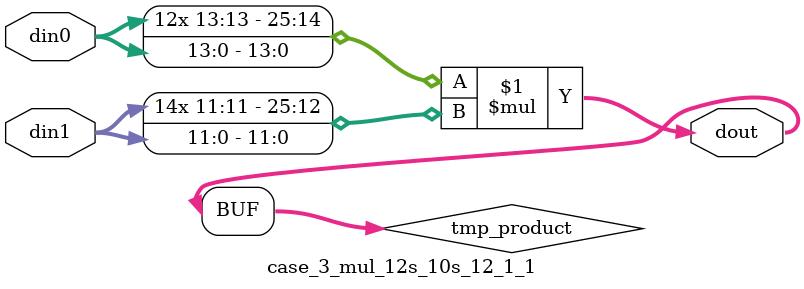
<source format=v>

`timescale 1 ns / 1 ps

 module case_3_mul_12s_10s_12_1_1(din0, din1, dout);
parameter ID = 1;
parameter NUM_STAGE = 0;
parameter din0_WIDTH = 14;
parameter din1_WIDTH = 12;
parameter dout_WIDTH = 26;

input [din0_WIDTH - 1 : 0] din0; 
input [din1_WIDTH - 1 : 0] din1; 
output [dout_WIDTH - 1 : 0] dout;

wire signed [dout_WIDTH - 1 : 0] tmp_product;



























assign tmp_product = $signed(din0) * $signed(din1);








assign dout = tmp_product;





















endmodule

</source>
